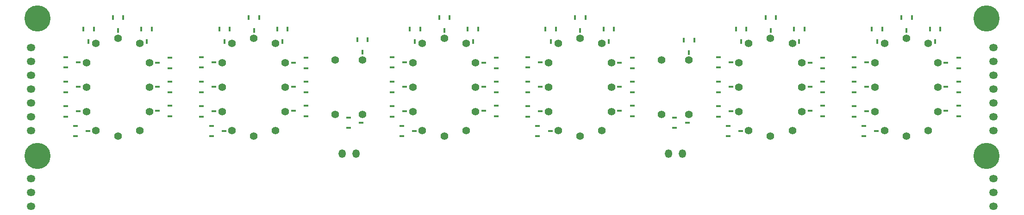
<source format=gbr>
G04 DipTrace 3.1.0.1*
G04 Top-Clock-IN12c.BottomPaste.gbr*
%MOIN*%
G04 #@! TF.FileFunction,Paste,Bot*
G04 #@! TF.Part,Single*
%ADD47R,0.017559X0.033307*%
%ADD49R,0.033307X0.017559*%
%ADD51C,0.188819*%
%ADD53C,0.054961*%
%ADD55O,0.051969X0.061969*%
%ADD57O,0.061969X0.051969*%
%FSLAX26Y26*%
G04*
G70*
G90*
G75*
G01*
G04 BotPaste*
%LPD*%
D57*
X472756Y1531417D3*
Y1631417D3*
Y1331417D3*
Y1431417D3*
Y1131417D3*
Y1031417D3*
Y1231417D3*
Y684567D3*
Y484567D3*
Y584567D3*
D55*
X2812520Y866457D3*
X2712520D3*
X5162126D3*
X5062126D3*
D57*
X7401890Y1531417D3*
Y1631417D3*
Y1331417D3*
Y1431417D3*
Y1131417D3*
Y1031417D3*
Y1231417D3*
Y684961D3*
Y484567D3*
Y584567D3*
D53*
X2664094Y1542047D3*
X2860945D3*
X2664094Y1148346D3*
X2860945D3*
X5013701Y1542047D3*
X5210551D3*
X5013701Y1148346D3*
X5210551D3*
X1098740Y1699528D3*
X1325118Y1345197D3*
Y1522362D3*
X1098740Y990866D3*
X1325118Y1168031D3*
X1256220Y1030236D3*
Y1660157D3*
X941260D3*
X872362Y1522362D3*
Y1345197D3*
Y1168031D3*
X941260Y1030236D3*
X2076693Y1699528D3*
X2303071Y1345197D3*
Y1522362D3*
X2076693Y990866D3*
X2303071Y1168031D3*
X2234173Y1030236D3*
Y1660157D3*
X1919213D3*
X1850315Y1522362D3*
Y1345197D3*
Y1168031D3*
X1919213Y1030236D3*
X3448346Y1699528D3*
X3674724Y1345197D3*
Y1522362D3*
X3448346Y990866D3*
X3674724Y1168031D3*
X3605827Y1030236D3*
Y1660157D3*
X3290866D3*
X3221969Y1522362D3*
Y1345197D3*
Y1168031D3*
X3290866Y1030236D3*
X4426299Y1699528D3*
X4652677Y1345197D3*
Y1522362D3*
X4426299Y990866D3*
X4652677Y1168031D3*
X4583780Y1030236D3*
Y1660157D3*
X4268819D3*
X4199921Y1522362D3*
Y1345197D3*
Y1168031D3*
X4268819Y1030236D3*
X5797953Y1699528D3*
X6024331Y1345197D3*
Y1522362D3*
X5797953Y990866D3*
X6024331Y1168031D3*
X5955433Y1030236D3*
Y1660157D3*
X5640472D3*
X5571575Y1522362D3*
Y1345197D3*
Y1168031D3*
X5640472Y1030236D3*
X6775906Y1699528D3*
X7002283Y1345197D3*
Y1522362D3*
X6775906Y990866D3*
X7002283Y1168031D3*
X6933386Y1030236D3*
Y1660157D3*
X6618425D3*
X6549528Y1522362D3*
Y1345197D3*
Y1168031D3*
X6618425Y1030236D3*
D51*
X520000Y1842835D3*
Y846772D3*
X7354646Y1842835D3*
Y846772D3*
D49*
X7151672Y1557795D3*
Y1482992D3*
X7061121Y1520394D3*
X7151672Y1384567D3*
Y1309764D3*
X7061121Y1347165D3*
X7151672Y1211339D3*
Y1136535D3*
X7061121Y1173937D3*
D47*
X6945197Y1764270D3*
X7020000D3*
X6982598Y1673719D3*
X6740472Y1846948D3*
X6815276D3*
X6777874Y1756396D3*
X6527874Y1764270D3*
X6602677D3*
X6565276Y1673719D3*
D49*
X6471005Y990866D3*
Y1065669D3*
X6561556Y1028268D3*
X6400139Y1486929D3*
Y1561732D3*
X6490690Y1524331D3*
X6400139Y1309764D3*
Y1384567D3*
X6490690Y1347165D3*
X6400139Y1132598D3*
Y1207402D3*
X6490690Y1170000D3*
X6173719Y1557795D3*
Y1482992D3*
X6083168Y1520394D3*
X6173719Y1384567D3*
Y1309764D3*
X6083168Y1347165D3*
X6173719Y1211339D3*
Y1136535D3*
X6083168Y1173937D3*
D47*
X5967244Y1764270D3*
X6042047D3*
X6004646Y1673719D3*
X5762520Y1846948D3*
X5837323D3*
X5799921Y1756396D3*
X5549921Y1764270D3*
X5624724D3*
X5587323Y1673719D3*
D49*
X5493052Y990866D3*
Y1065669D3*
X5583604Y1028268D3*
X5422186Y1486929D3*
Y1561732D3*
X5512738Y1524331D3*
X5422186Y1309764D3*
Y1384567D3*
X5512738Y1347165D3*
X5422186Y1132598D3*
Y1207402D3*
X5512738Y1170000D3*
D47*
X5173543Y1685354D3*
X5248346D3*
X5210945Y1594803D3*
D49*
X5108189Y1051496D3*
Y1126299D3*
X5198740Y1088898D3*
X4802066Y1557795D3*
Y1482992D3*
X4711514Y1520394D3*
X4802066Y1384567D3*
Y1309764D3*
X4711514Y1347165D3*
X4802066Y1211339D3*
Y1136535D3*
X4711514Y1173937D3*
D47*
X4595591Y1764270D3*
X4670394D3*
X4632992Y1673719D3*
X4390866Y1846948D3*
X4465669D3*
X4428268Y1756396D3*
X4178268Y1764270D3*
X4253071D3*
X4215669Y1673719D3*
D49*
X4121399Y990866D3*
Y1065669D3*
X4211950Y1028268D3*
X4050533Y1486929D3*
Y1561732D3*
X4141084Y1524331D3*
X4050533Y1309764D3*
Y1384567D3*
X4141084Y1347165D3*
X4050533Y1132598D3*
Y1207402D3*
X4141084Y1170000D3*
X3824113Y1557795D3*
Y1482992D3*
X3733562Y1520394D3*
X3824113Y1384567D3*
Y1309764D3*
X3733562Y1347165D3*
X3824113Y1211339D3*
Y1136535D3*
X3733562Y1173937D3*
D47*
X3617638Y1764270D3*
X3692441D3*
X3655039Y1673719D3*
X3412913Y1846948D3*
X3487717D3*
X3450315Y1756396D3*
X3200315Y1764270D3*
X3275118D3*
X3237717Y1673719D3*
D49*
X3143446Y990866D3*
Y1065669D3*
X3233997Y1028268D3*
X3072580Y1486929D3*
Y1561732D3*
X3163131Y1524331D3*
X3072580Y1309764D3*
Y1384567D3*
X3163131Y1347165D3*
X3072580Y1132598D3*
Y1207402D3*
X3163131Y1170000D3*
D47*
X2823150Y1689291D3*
X2897953D3*
X2860551Y1598740D3*
D49*
X2758583Y1051496D3*
Y1126299D3*
X2849134Y1088898D3*
X2452459Y1557795D3*
Y1482992D3*
X2361908Y1520394D3*
X2452459Y1384567D3*
Y1309764D3*
X2361908Y1347165D3*
X2452459Y1211339D3*
Y1136535D3*
X2361908Y1173937D3*
D47*
X2245984Y1764270D3*
X2320787D3*
X2283386Y1673719D3*
X2041260Y1846948D3*
X2116063D3*
X2078661Y1756396D3*
X1828661Y1764270D3*
X1903465D3*
X1866063Y1673719D3*
D49*
X1771793Y990866D3*
Y1065669D3*
X1862344Y1028268D3*
X1700927Y1486929D3*
Y1561732D3*
X1791478Y1524331D3*
X1700927Y1309764D3*
Y1384567D3*
X1791478Y1347165D3*
X1700927Y1132598D3*
Y1207402D3*
X1791478Y1170000D3*
X1474507Y1557795D3*
Y1482992D3*
X1383955Y1520394D3*
X1474507Y1384567D3*
Y1309764D3*
X1383955Y1347165D3*
X1474507Y1211339D3*
Y1136535D3*
X1383955Y1173937D3*
D47*
X1268031Y1764270D3*
X1342835D3*
X1305433Y1673719D3*
X1063307Y1846948D3*
X1138110D3*
X1100709Y1756396D3*
X850709Y1764270D3*
X925512D3*
X888110Y1673719D3*
D49*
X793840Y990866D3*
Y1065669D3*
X884391Y1028268D3*
X722974Y1486929D3*
Y1561732D3*
X813525Y1524331D3*
X722974Y1309764D3*
Y1384567D3*
X813525Y1347165D3*
X722974Y1132598D3*
Y1207402D3*
X813525Y1170000D3*
M02*

</source>
